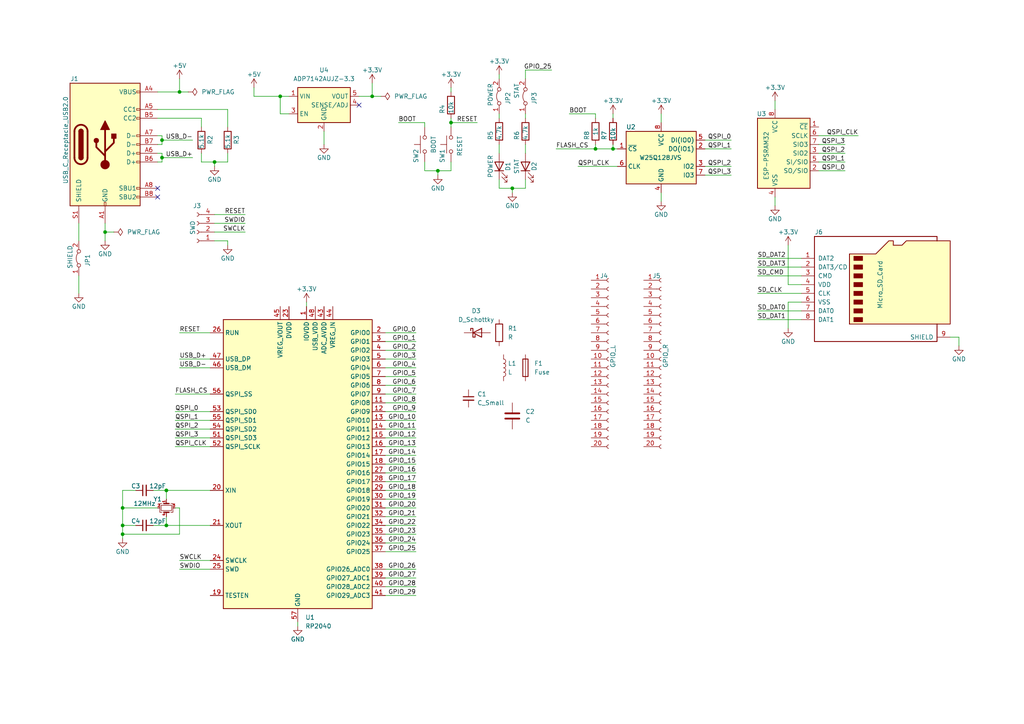
<source format=kicad_sch>
(kicad_sch (version 20230121) (generator eeschema)
  (paper "A4")
  (lib_symbols
    (symbol "Connector:Conn_01x04_Female" (pin_names (offset 1.016) hide)
      (property "Reference" "J" (at 0 5.08 0))
      (property "Value" "Conn_01x04_Female" (at 0 -7.62 0))
      (symbol "Conn_01x04_Female_1_1"
        (arc (start 0 -4.572) (mid -0.5058 -5.08) (end 0 -5.588) (stroke (width 0.1524)))
        (arc (start 0 -2.032) (mid -0.5058 -2.54) (end 0 -3.048) (stroke (width 0.1524)))
        (polyline (pts (xy -1.27 -5.08) (xy -0.508 -5.08)) (stroke (width 0.1524)))
        (polyline (pts (xy -1.27 -2.54) (xy -0.508 -2.54)) (stroke (width 0.1524)))
        (polyline (pts (xy -1.27 0) (xy -0.508 0)) (stroke (width 0.1524)))
        (polyline (pts (xy -1.27 2.54) (xy -0.508 2.54)) (stroke (width 0.1524)))
        (arc (start 0 0.508) (mid -0.5058 0) (end 0 -0.508) (stroke (width 0.1524)))
        (arc (start 0 3.048) (mid -0.5058 2.54) (end 0 2.032) (stroke (width 0.1524)))
        (pin passive line (at -5.08 2.54 0) (length 3.81) (name "Pin_1") (number "1"))
        (pin passive line (at -5.08 0 0) (length 3.81) (name "Pin_2") (number "2"))
        (pin passive line (at -5.08 -2.54 0) (length 3.81) (name "Pin_3") (number "3"))
        (pin passive line (at -5.08 -5.08 0) (length 3.81) (name "Pin_4") (number "4"))
      )
    )
    (symbol "Connector:Conn_01x20_Female" (pin_names (offset 1.016) hide)
      (property "Reference" "J" (at 0 25.4 0))
      (property "Value" "Conn_01x20_Female" (at 0 -27.94 0))
      (symbol "Conn_01x20_Female_1_1"
        (arc (start 0 -24.892) (mid -0.5058 -25.4) (end 0 -25.908) (stroke (width 0.1524)))
        (arc (start 0 -22.352) (mid -0.5058 -22.86) (end 0 -23.368) (stroke (width 0.1524)))
        (arc (start 0 -19.812) (mid -0.5058 -20.32) (end 0 -20.828) (stroke (width 0.1524)))
        (arc (start 0 -17.272) (mid -0.5058 -17.78) (end 0 -18.288) (stroke (width 0.1524)))
        (arc (start 0 -14.732) (mid -0.5058 -15.24) (end 0 -15.748) (stroke (width 0.1524)))
        (arc (start 0 -12.192) (mid -0.5058 -12.7) (end 0 -13.208) (stroke (width 0.1524)))
        (arc (start 0 -9.652) (mid -0.5058 -10.16) (end 0 -10.668) (stroke (width 0.1524)))
        (arc (start 0 -7.112) (mid -0.5058 -7.62) (end 0 -8.128) (stroke (width 0.1524)))
        (arc (start 0 -4.572) (mid -0.5058 -5.08) (end 0 -5.588) (stroke (width 0.1524)))
        (arc (start 0 -2.032) (mid -0.5058 -2.54) (end 0 -3.048) (stroke (width 0.1524)))
        (polyline (pts (xy -1.27 -25.4) (xy -0.508 -25.4)) (stroke (width 0.1524)))
        (polyline (pts (xy -1.27 -22.86) (xy -0.508 -22.86)) (stroke (width 0.1524)))
        (polyline (pts (xy -1.27 -20.32) (xy -0.508 -20.32)) (stroke (width 0.1524)))
        (polyline (pts (xy -1.27 -17.78) (xy -0.508 -17.78)) (stroke (width 0.1524)))
        (polyline (pts (xy -1.27 -15.24) (xy -0.508 -15.24)) (stroke (width 0.1524)))
        (polyline (pts (xy -1.27 -12.7) (xy -0.508 -12.7)) (stroke (width 0.1524)))
        (polyline (pts (xy -1.27 -10.16) (xy -0.508 -10.16)) (stroke (width 0.1524)))
        (polyline (pts (xy -1.27 -7.62) (xy -0.508 -7.62)) (stroke (width 0.1524)))
        (polyline (pts (xy -1.27 -5.08) (xy -0.508 -5.08)) (stroke (width 0.1524)))
        (polyline (pts (xy -1.27 -2.54) (xy -0.508 -2.54)) (stroke (width 0.1524)))
        (polyline (pts (xy -1.27 0) (xy -0.508 0)) (stroke (width 0.1524)))
        (polyline (pts (xy -1.27 2.54) (xy -0.508 2.54)) (stroke (width 0.1524)))
        (polyline (pts (xy -1.27 5.08) (xy -0.508 5.08)) (stroke (width 0.1524)))
        (polyline (pts (xy -1.27 7.62) (xy -0.508 7.62)) (stroke (width 0.1524)))
        (polyline (pts (xy -1.27 10.16) (xy -0.508 10.16)) (stroke (width 0.1524)))
        (polyline (pts (xy -1.27 12.7) (xy -0.508 12.7)) (stroke (width 0.1524)))
        (polyline (pts (xy -1.27 15.24) (xy -0.508 15.24)) (stroke (width 0.1524)))
        (polyline (pts (xy -1.27 17.78) (xy -0.508 17.78)) (stroke (width 0.1524)))
        (polyline (pts (xy -1.27 20.32) (xy -0.508 20.32)) (stroke (width 0.1524)))
        (polyline (pts (xy -1.27 22.86) (xy -0.508 22.86)) (stroke (width 0.1524)))
        (arc (start 0 0.508) (mid -0.5058 0) (end 0 -0.508) (stroke (width 0.1524)))
        (arc (start 0 3.048) (mid -0.5058 2.54) (end 0 2.032) (stroke (width 0.1524)))
        (arc (start 0 5.588) (mid -0.5058 5.08) (end 0 4.572) (stroke (width 0.1524)))
        (arc (start 0 8.128) (mid -0.5058 7.62) (end 0 7.112) (stroke (width 0.1524)))
        (arc (start 0 10.668) (mid -0.5058 10.16) (end 0 9.652) (stroke (width 0.1524)))
        (arc (start 0 13.208) (mid -0.5058 12.7) (end 0 12.192) (stroke (width 0.1524)))
        (arc (start 0 15.748) (mid -0.5058 15.24) (end 0 14.732) (stroke (width 0.1524)))
        (arc (start 0 18.288) (mid -0.5058 17.78) (end 0 17.272) (stroke (width 0.1524)))
        (arc (start 0 20.828) (mid -0.5058 20.32) (end 0 19.812) (stroke (width 0.1524)))
        (arc (start 0 23.368) (mid -0.5058 22.86) (end 0 22.352) (stroke (width 0.1524)))
        (pin passive line (at -5.08 22.86 0) (length 3.81) (name "Pin_1") (number "1"))
        (pin passive line (at -5.08 0 0) (length 3.81) (name "Pin_10") (number "10"))
        (pin passive line (at -5.08 -2.54 0) (length 3.81) (name "Pin_11") (number "11"))
        (pin passive line (at -5.08 -5.08 0) (length 3.81) (name "Pin_12") (number "12"))
        (pin passive line (at -5.08 -7.62 0) (length 3.81) (name "Pin_13") (number "13"))
        (pin passive line (at -5.08 -10.16 0) (length 3.81) (name "Pin_14") (number "14"))
        (pin passive line (at -5.08 -12.7 0) (length 3.81) (name "Pin_15") (number "15"))
        (pin passive line (at -5.08 -15.24 0) (length 3.81) (name "Pin_16") (number "16"))
        (pin passive line (at -5.08 -17.78 0) (length 3.81) (name "Pin_17") (number "17"))
        (pin passive line (at -5.08 -20.32 0) (length 3.81) (name "Pin_18") (number "18"))
        (pin passive line (at -5.08 -22.86 0) (length 3.81) (name "Pin_19") (number "19"))
        (pin passive line (at -5.08 20.32 0) (length 3.81) (name "Pin_2") (number "2"))
        (pin passive line (at -5.08 -25.4 0) (length 3.81) (name "Pin_20") (number "20"))
        (pin passive line (at -5.08 17.78 0) (length 3.81) (name "Pin_3") (number "3"))
        (pin passive line (at -5.08 15.24 0) (length 3.81) (name "Pin_4") (number "4"))
        (pin passive line (at -5.08 12.7 0) (length 3.81) (name "Pin_5") (number "5"))
        (pin passive line (at -5.08 10.16 0) (length 3.81) (name "Pin_6") (number "6"))
        (pin passive line (at -5.08 7.62 0) (length 3.81) (name "Pin_7") (number "7"))
        (pin passive line (at -5.08 5.08 0) (length 3.81) (name "Pin_8") (number "8"))
        (pin passive line (at -5.08 2.54 0) (length 3.81) (name "Pin_9") (number "9"))
      )
    )
    (symbol "Connector:Micro_SD_Card" (pin_names (offset 1.016))
      (property "Reference" "J" (at -16.51 15.24 0))
      (property "Value" "Micro_SD_Card" (at 16.51 15.24 0))
      (symbol "Micro_SD_Card_0_1"
        (rectangle (start -7.62 -9.525) (end -5.08 -10.795) (fill (type outline)))
        (rectangle (start -7.62 -6.985) (end -5.08 -8.255) (fill (type outline)))
        (rectangle (start -7.62 -4.445) (end -5.08 -5.715) (fill (type outline)))
        (rectangle (start -7.62 -1.905) (end -5.08 -3.175) (fill (type outline)))
        (rectangle (start -7.62 0.635) (end -5.08 -0.635) (fill (type outline)))
        (rectangle (start -7.62 3.175) (end -5.08 1.905) (fill (type outline)))
        (rectangle (start -7.62 5.715) (end -5.08 4.445) (fill (type outline)))
        (rectangle (start -7.62 8.255) (end -5.08 6.985) (fill (type outline)))
        (polyline (pts (xy 16.51 12.7) (xy 16.51 13.97) (xy -19.05 13.97) (xy -19.05 -16.51) (xy 16.51 -16.51) (xy 16.51 -11.43)) (stroke (width 0.254)))
        (polyline (pts (xy -8.89 -11.43) (xy -8.89 8.89) (xy -1.27 8.89) (xy 2.54 12.7) (xy 3.81 12.7) (xy 3.81 11.43) (xy 6.35 11.43) (xy 7.62 12.7) (xy 20.32 12.7) (xy 20.32 -11.43) (xy -8.89 -11.43)) (stroke (width 0.254)) (fill (type background)))
      )
      (symbol "Micro_SD_Card_1_1"
        (pin bidirectional line (at -22.86 7.62 0) (length 3.81) (name "DAT2") (number "1"))
        (pin bidirectional line (at -22.86 5.08 0) (length 3.81) (name "DAT3/CD") (number "2"))
        (pin input line (at -22.86 2.54 0) (length 3.81) (name "CMD") (number "3"))
        (pin power_in line (at -22.86 0 0) (length 3.81) (name "VDD") (number "4"))
        (pin input line (at -22.86 -2.54 0) (length 3.81) (name "CLK") (number "5"))
        (pin power_in line (at -22.86 -5.08 0) (length 3.81) (name "VSS") (number "6"))
        (pin bidirectional line (at -22.86 -7.62 0) (length 3.81) (name "DAT0") (number "7"))
        (pin bidirectional line (at -22.86 -10.16 0) (length 3.81) (name "DAT1") (number "8"))
        (pin passive line (at 20.32 -15.24 180) (length 3.81) (name "SHIELD") (number "9"))
      )
    )
    (symbol "Connector:USB_C_Receptacle_USB2.0" (pin_names (offset 1.016))
      (property "Reference" "J" (at -10.16 19.05 0))
      (property "Value" "USB_C_Receptacle_USB2.0" (at 19.05 19.05 0))
      (symbol "USB_C_Receptacle_USB2.0_0_0"
        (rectangle (start -0.254 -17.78) (end 0.254 -16.764))
        (rectangle (start 10.16 -14.986) (end 9.144 -15.494))
        (rectangle (start 10.16 -12.446) (end 9.144 -12.954))
        (rectangle (start 10.16 -4.826) (end 9.144 -5.334))
        (rectangle (start 10.16 -2.286) (end 9.144 -2.794))
        (rectangle (start 10.16 0.254) (end 9.144 -0.254))
        (rectangle (start 10.16 2.794) (end 9.144 2.286))
        (rectangle (start 10.16 7.874) (end 9.144 7.366))
        (rectangle (start 10.16 10.414) (end 9.144 9.906))
        (rectangle (start 10.16 15.494) (end 9.144 14.986))
      )
      (symbol "USB_C_Receptacle_USB2.0_0_1"
        (rectangle (start -10.16 17.78) (end 10.16 -17.78) (stroke (width 0.254)) (fill (type background)))
        (arc (start -8.89 -3.81) (mid -6.985 -5.7067) (end -5.08 -3.81) (stroke (width 0.508)))
        (arc (start -7.62 -3.81) (mid -6.985 -4.4423) (end -6.35 -3.81) (stroke (width 0.254)))
        (arc (start -7.62 -3.81) (mid -6.985 -4.4423) (end -6.35 -3.81) (stroke (width 0.254)) (fill (type outline)))
        (rectangle (start -7.62 -3.81) (end -6.35 3.81) (stroke (width 0.254)) (fill (type outline)))
        (arc (start -6.35 3.81) (mid -6.985 4.4423) (end -7.62 3.81) (stroke (width 0.254)))
        (arc (start -6.35 3.81) (mid -6.985 4.4423) (end -7.62 3.81) (stroke (width 0.254)) (fill (type outline)))
        (arc (start -5.08 3.81) (mid -6.985 5.7067) (end -8.89 3.81) (stroke (width 0.508)))
        (circle (center -2.54 1.143) (radius 0.635) (stroke (width 0.254)) (fill (type outline)))
        (circle (center 0 -5.842) (radius 1.27) (fill (type outline)))
        (polyline (pts (xy -8.89 -3.81) (xy -8.89 3.81)) (stroke (width 0.508)))
        (polyline (pts (xy -5.08 3.81) (xy -5.08 -3.81)) (stroke (width 0.508)))
        (polyline (pts (xy 0 -5.842) (xy 0 4.318)) (stroke (width 0.508)))
        (polyline (pts (xy 0 -3.302) (xy -2.54 -0.762) (xy -2.54 0.508)) (stroke (width 0.508)))
        (polyline (pts (xy 0 -2.032) (xy 2.54 0.508) (xy 2.54 1.778)) (stroke (width 0.508)))
        (polyline (pts (xy -1.27 4.318) (xy 0 6.858) (xy 1.27 4.318) (xy -1.27 4.318)) (stroke (width 0.254)) (fill (type outline)))
        (rectangle (start 1.905 1.778) (end 3.175 3.048) (stroke (width 0.254)) (fill (type outline)))
      )
      (symbol "USB_C_Receptacle_USB2.0_1_1"
        (pin passive line (at 0 -22.86 90) (length 5.08) (name "GND") (number "A1"))
        (pin passive line (at 0 -22.86 90) (length 5.08) hide (name "GND") (number "A12"))
        (pin passive line (at 15.24 15.24 180) (length 5.08) (name "VBUS") (number "A4"))
        (pin bidirectional line (at 15.24 10.16 180) (length 5.08) (name "CC1") (number "A5"))
        (pin bidirectional line (at 15.24 -2.54 180) (length 5.08) (name "D+") (number "A6"))
        (pin bidirectional line (at 15.24 2.54 180) (length 5.08) (name "D-") (number "A7"))
        (pin bidirectional line (at 15.24 -12.7 180) (length 5.08) (name "SBU1") (number "A8"))
        (pin passive line (at 15.24 15.24 180) (length 5.08) hide (name "VBUS") (number "A9"))
        (pin passive line (at 0 -22.86 90) (length 5.08) hide (name "GND") (number "B1"))
        (pin passive line (at 0 -22.86 90) (length 5.08) hide (name "GND") (number "B12"))
        (pin passive line (at 15.24 15.24 180) (length 5.08) hide (name "VBUS") (number "B4"))
        (pin bidirectional line (at 15.24 7.62 180) (length 5.08) (name "CC2") (number "B5"))
        (pin bidirectional line (at 15.24 -5.08 180) (length 5.08) (name "D+") (number "B6"))
        (pin bidirectional line (at 15.24 0 180) (length 5.08) (name "D-") (number "B7"))
        (pin bidirectional line (at 15.24 -15.24 180) (length 5.08) (name "SBU2") (number "B8"))
        (pin passive line (at 15.24 15.24 180) (length 5.08) hide (name "VBUS") (number "B9"))
        (pin passive line (at -7.62 -22.86 90) (length 5.08) (name "SHIELD") (number "S1"))
      )
    )
    (symbol "Device:C" (pin_numbers hide) (pin_names (offset 0.254))
      (property "Reference" "C" (at 0.635 2.54 0))
      (property "Value" "C" (at 0.635 -2.54 0))
      (symbol "C_0_1"
        (polyline (pts (xy -2.032 -0.762) (xy 2.032 -0.762)) (stroke (width 0.508)))
        (polyline (pts (xy -2.032 0.762) (xy 2.032 0.762)) (stroke (width 0.508)))
      )
      (symbol "C_1_1"
        (pin passive line (at 0 3.81 270) (length 2.794) (name "~") (number "1"))
        (pin passive line (at 0 -3.81 90) (length 2.794) (name "~") (number "2"))
      )
    )
    (symbol "Device:C_Small" (pin_numbers hide) (pin_names (offset 0.254) hide)
      (property "Reference" "C" (at 0.254 1.778 0))
      (property "Value" "C_Small" (at 0.254 -2.032 0))
      (symbol "C_Small_0_1"
        (polyline (pts (xy -1.524 -0.508) (xy 1.524 -0.508)) (stroke (width 0.3302)))
        (polyline (pts (xy -1.524 0.508) (xy 1.524 0.508)) (stroke (width 0.3048)))
      )
      (symbol "C_Small_1_1"
        (pin passive line (at 0 2.54 270) (length 2.032) (name "~") (number "1"))
        (pin passive line (at 0 -2.54 90) (length 2.032) (name "~") (number "2"))
      )
    )
    (symbol "Device:Crystal_GND23_Small" (pin_names (offset 1.016) hide)
      (property "Reference" "Y" (at 1.27 4.445 0))
      (property "Value" "Crystal_GND23_Small" (at 1.27 2.54 0))
      (symbol "Crystal_GND23_Small_0_1"
        (rectangle (start -0.762 -1.524) (end 0.762 1.524))
        (polyline (pts (xy -1.27 -0.762) (xy -1.27 0.762)) (stroke (width 0.381)))
        (polyline (pts (xy 1.27 -0.762) (xy 1.27 0.762)) (stroke (width 0.381)))
        (polyline (pts (xy -1.27 -1.27) (xy -1.27 -1.905) (xy 1.27 -1.905) (xy 1.27 -1.27)))
        (polyline (pts (xy -1.27 1.27) (xy -1.27 1.905) (xy 1.27 1.905) (xy 1.27 1.27)))
      )
      (symbol "Crystal_GND23_Small_1_1"
        (pin passive line (at -2.54 0 0) (length 1.27) (name "1") (number "1"))
        (pin passive line (at 0 -2.54 90) (length 0.635) (name "2") (number "2"))
        (pin passive line (at 0 2.54 270) (length 0.635) (name "3") (number "3"))
        (pin passive line (at 2.54 0 180) (length 1.27) (name "4") (number "4"))
      )
    )
    (symbol "Device:D_Schottky" (pin_numbers hide) (pin_names (offset 1.016) hide)
      (property "Reference" "D" (at 0 2.54 0))
      (property "Value" "D_Schottky" (at 0 -2.54 0))
      (symbol "D_Schottky_0_1"
        (polyline (pts (xy 1.27 0) (xy -1.27 0)))
        (polyline (pts (xy 1.27 1.27) (xy 1.27 -1.27) (xy -1.27 0) (xy 1.27 1.27)) (stroke (width 0.254)))
        (polyline (pts (xy -1.905 0.635) (xy -1.905 1.27) (xy -1.27 1.27) (xy -1.27 -1.27) (xy -0.635 -1.27) (xy -0.635 -0.635)) (stroke (width 0.254)))
      )
      (symbol "D_Schottky_1_1"
        (pin passive line (at -3.81 0 0) (length 2.54) (name "K") (number "1"))
        (pin passive line (at 3.81 0 180) (length 2.54) (name "A") (number "2"))
      )
    )
    (symbol "Device:Fuse" (pin_numbers hide) (pin_names (offset 0))
      (property "Reference" "F" (at 2.032 0 90))
      (property "Value" "Fuse" (at -1.905 0 90))
      (symbol "Fuse_0_1"
        (rectangle (start -0.762 -2.54) (end 0.762 2.54) (stroke (width 0.254)))
        (polyline (pts (xy 0 2.54) (xy 0 -2.54)))
      )
      (symbol "Fuse_1_1"
        (pin passive line (at 0 3.81 270) (length 1.27) (name "~") (number "1"))
        (pin passive line (at 0 -3.81 90) (length 1.27) (name "~") (number "2"))
      )
    )
    (symbol "Device:L" (pin_numbers hide) (pin_names (offset 1.016) hide)
      (property "Reference" "L" (at -1.27 0 90))
      (property "Value" "L" (at 1.905 0 90))
      (symbol "L_0_1"
        (arc (start 0 -2.54) (mid 0.6323 -1.905) (end 0 -1.27))
        (arc (start 0 -1.27) (mid 0.6323 -0.635) (end 0 0))
        (arc (start 0 0) (mid 0.6323 0.635) (end 0 1.27))
        (arc (start 0 1.27) (mid 0.6323 1.905) (end 0 2.54))
      )
      (symbol "L_1_1"
        (pin passive line (at 0 3.81 270) (length 1.27) (name "1") (number "1"))
        (pin passive line (at 0 -3.81 90) (length 1.27) (name "2") (number "2"))
      )
    )
    (symbol "Device:LED" (pin_numbers hide) (pin_names (offset 1.016) hide)
      (property "Reference" "D" (at 0 2.54 0))
      (property "Value" "LED" (at 0 -2.54 0))
      (symbol "LED_0_1"
        (polyline (pts (xy -1.27 -1.27) (xy -1.27 1.27)) (stroke (width 0.254)))
        (polyline (pts (xy -1.27 0) (xy 1.27 0)))
        (polyline (pts (xy 1.27 -1.27) (xy 1.27 1.27) (xy -1.27 0) (xy 1.27 -1.27)) (stroke (width 0.254)))
        (polyline (pts (xy -3.048 -0.762) (xy -4.572 -2.286) (xy -3.81 -2.286) (xy -4.572 -2.286) (xy -4.572 -1.524)))
        (polyline (pts (xy -1.778 -0.762) (xy -3.302 -2.286) (xy -2.54 -2.286) (xy -3.302 -2.286) (xy -3.302 -1.524)))
      )
      (symbol "LED_1_1"
        (pin passive line (at -3.81 0 0) (length 2.54) (name "K") (number "1"))
        (pin passive line (at 3.81 0 180) (length 2.54) (name "A") (number "2"))
      )
    )
    (symbol "Device:R" (pin_numbers hide) (pin_names (offset 0))
      (property "Reference" "R" (at 2.032 0 90))
      (property "Value" "R" (at 0 0 90))
      (symbol "R_0_1"
        (rectangle (start -1.016 -2.54) (end 1.016 2.54) (stroke (width 0.254)))
      )
      (symbol "R_1_1"
        (pin passive line (at 0 3.81 270) (length 1.27) (name "~") (number "1"))
        (pin passive line (at 0 -3.81 90) (length 1.27) (name "~") (number "2"))
      )
    )
    (symbol "Jumper:Jumper_2_Bridged" (pin_names (offset 0) hide)
      (property "Reference" "JP" (at 0 1.905 0))
      (property "Value" "Jumper_2_Bridged" (at 0 -2.54 0))
      (symbol "Jumper_2_Bridged_0_0"
        (circle (center -2.032 0) (radius 0.508))
        (circle (center 2.032 0) (radius 0.508))
      )
      (symbol "Jumper_2_Bridged_0_1"
        (arc (start 1.524 0.254) (mid 0 0.762) (end -1.524 0.254))
      )
      (symbol "Jumper_2_Bridged_1_1"
        (pin passive line (at -5.08 0 0) (length 2.54) (name "A") (number "1"))
        (pin passive line (at 5.08 0 180) (length 2.54) (name "B") (number "2"))
      )
    )
    (symbol "MCU_RaspberryPi:RP2040"
      (property "Reference" "U" (at 17.78 45.72 0))
      (property "Value" "RP2040" (at 17.78 43.18 0))
      (symbol "RP2040_0_1"
        (rectangle (start -21.59 41.91) (end 21.59 -41.91) (stroke (width 0.254)) (fill (type background)))
      )
      (symbol "RP2040_1_1"
        (pin power_in line (at 2.54 45.72 270) (length 3.81) (name "IOVDD") (number "1"))
        (pin passive line (at 2.54 45.72 270) (length 3.81) hide (name "IOVDD") (number "10"))
        (pin bidirectional line (at 25.4 17.78 180) (length 3.81) (name "GPIO8") (number "11"))
        (pin bidirectional line (at 25.4 15.24 180) (length 3.81) (name "GPIO9") (number "12"))
        (pin bidirectional line (at 25.4 12.7 180) (length 3.81) (name "GPIO10") (number "13"))
        (pin bidirectional line (at 25.4 10.16 180) (length 3.81) (name "GPIO11") (number "14"))
        (pin bidirectional line (at 25.4 7.62 180) (length 3.81) (name "GPIO12") (number "15"))
        (pin bidirectional line (at 25.4 5.08 180) (length 3.81) (name "GPIO13") (number "16"))
        (pin bidirectional line (at 25.4 2.54 180) (length 3.81) (name "GPIO14") (number "17"))
        (pin bidirectional line (at 25.4 0 180) (length 3.81) (name "GPIO15") (number "18"))
        (pin input line (at -25.4 -38.1 0) (length 3.81) (name "TESTEN") (number "19"))
        (pin bidirectional line (at 25.4 38.1 180) (length 3.81) (name "GPIO0") (number "2"))
        (pin input line (at -25.4 -7.62 0) (length 3.81) (name "XIN") (number "20"))
        (pin passive line (at -25.4 -17.78 0) (length 3.81) (name "XOUT") (number "21"))
        (pin passive line (at 2.54 45.72 270) (length 3.81) hide (name "IOVDD") (number "22"))
        (pin power_in line (at -2.54 45.72 270) (length 3.81) (name "DVDD") (number "23"))
        (pin output line (at -25.4 -27.94 0) (length 3.81) (name "SWCLK") (number "24"))
        (pin bidirectional line (at -25.4 -30.48 0) (length 3.81) (name "SWD") (number "25"))
        (pin input line (at -25.4 38.1 0) (length 3.81) (name "RUN") (number "26"))
        (pin bidirectional line (at 25.4 -2.54 180) (length 3.81) (name "GPIO16") (number "27"))
        (pin bidirectional line (at 25.4 -5.08 180) (length 3.81) (name "GPIO17") (number "28"))
        (pin bidirectional line (at 25.4 -7.62 180) (length 3.81) (name "GPIO18") (number "29"))
        (pin bidirectional line (at 25.4 35.56 180) (length 3.81) (name "GPIO1") (number "3"))
        (pin bidirectional line (at 25.4 -10.16 180) (length 3.81) (name "GPIO19") (number "30"))
        (pin bidirectional line (at 25.4 -12.7 180) (length 3.81) (name "GPIO20") (number "31"))
        (pin bidirectional line (at 25.4 -15.24 180) (length 3.81) (name "GPIO21") (number "32"))
        (pin passive line (at 2.54 45.72 270) (length 3.81) hide (name "IOVDD") (number "33"))
        (pin bidirectional line (at 25.4 -17.78 180) (length 3.81) (name "GPIO22") (number "34"))
        (pin bidirectional line (at 25.4 -20.32 180) (length 3.81) (name "GPIO23") (number "35"))
        (pin bidirectional line (at 25.4 -22.86 180) (length 3.81) (name "GPIO24") (number "36"))
        (pin bidirectional line (at 25.4 -25.4 180) (length 3.81) (name "GPIO25") (number "37"))
        (pin bidirectional line (at 25.4 -30.48 180) (length 3.81) (name "GPIO26_ADC0") (number "38"))
        (pin bidirectional line (at 25.4 -33.02 180) (length 3.81) (name "GPIO27_ADC1") (number "39"))
        (pin bidirectional line (at 25.4 33.02 180) (length 3.81) (name "GPIO2") (number "4"))
        (pin bidirectional line (at 25.4 -35.56 180) (length 3.81) (name "GPIO28_ADC2") (number "40"))
        (pin bidirectional line (at 25.4 -38.1 180) (length 3.81) (name "GPIO29_ADC3") (number "41"))
        (pin passive line (at 2.54 45.72 270) (length 3.81) hide (name "IOVDD") (number "42"))
        (pin power_in line (at 7.62 45.72 270) (length 3.81) (name "ADC_AVDD") (number "43"))
        (pin power_in line (at 10.16 45.72 270) (length 3.81) (name "VREG_IN") (number "44"))
        (pin power_out line (at -5.08 45.72 270) (length 3.81) (name "VREG_VOUT") (number "45"))
        (pin bidirectional line (at -25.4 27.94 0) (length 3.81) (name "USB_DM") (number "46"))
        (pin bidirectional line (at -25.4 30.48 0) (length 3.81) (name "USB_DP") (number "47"))
        (pin power_in line (at 5.08 45.72 270) (length 3.81) (name "USB_VDD") (number "48"))
        (pin passive line (at 2.54 45.72 270) (length 3.81) hide (name "IOVDD") (number "49"))
        (pin bidirectional line (at 25.4 30.48 180) (length 3.81) (name "GPIO3") (number "5"))
        (pin passive line (at -2.54 45.72 270) (length 3.81) hide (name "DVDD") (number "50"))
        (pin bidirectional line (at -25.4 7.62 0) (length 3.81) (name "QSPI_SD3") (number "51"))
        (pin output line (at -25.4 5.08 0) (length 3.81) (name "QSPI_SCLK") (number "52"))
        (pin bidirectional line (at -25.4 15.24 0) (length 3.81) (name "QSPI_SD0") (number "53"))
        (pin bidirectional line (at -25.4 10.16 0) (length 3.81) (name "QSPI_SD2") (number "54"))
        (pin bidirectional line (at -25.4 12.7 0) (length 3.81) (name "QSPI_SD1") (number "55"))
        (pin bidirectional line (at -25.4 20.32 0) (length 3.81) (name "QSPI_SS") (number "56"))
        (pin power_in line (at 0 -45.72 90) (length 3.81) (name "GND") (number "57"))
        (pin bidirectional line (at 25.4 27.94 180) (length 3.81) (name "GPIO4") (number "6"))
        (pin bidirectional line (at 25.4 25.4 180) (length 3.81) (name "GPIO5") (number "7"))
        (pin bidirectional line (at 25.4 22.86 180) (length 3.81) (name "GPIO6") (number "8"))
        (pin bidirectional line (at 25.4 20.32 180) (length 3.81) (name "GPIO7") (number "9"))
      )
    )
    (symbol "Memory_Flash:W25Q128JVS"
      (property "Reference" "U" (at -8.89 8.89 0))
      (property "Value" "W25Q128JVS" (at 7.62 8.89 0))
      (symbol "W25Q128JVS_0_1"
        (rectangle (start -10.16 7.62) (end 10.16 -7.62) (stroke (width 0.254)) (fill (type background)))
      )
      (symbol "W25Q128JVS_1_1"
        (pin input line (at -12.7 2.54 0) (length 2.54) (name "~{CS}") (number "1"))
        (pin bidirectional line (at 12.7 2.54 180) (length 2.54) (name "DO(IO1)") (number "2"))
        (pin bidirectional line (at 12.7 -2.54 180) (length 2.54) (name "IO2") (number "3"))
        (pin power_in line (at 0 -10.16 90) (length 2.54) (name "GND") (number "4"))
        (pin bidirectional line (at 12.7 5.08 180) (length 2.54) (name "DI(IO0)") (number "5"))
        (pin input line (at -12.7 -2.54 0) (length 2.54) (name "CLK") (number "6"))
        (pin bidirectional line (at 12.7 -5.08 180) (length 2.54) (name "IO3") (number "7"))
        (pin power_in line (at 0 10.16 270) (length 2.54) (name "VCC") (number "8"))
      )
    )
    (symbol "Memory_RAM:ESP-PSRAM32"
      (property "Reference" "U" (at 3.81 11.43 0))
      (property "Value" "ESP-PSRAM32" (at -1.27 -11.43 0))
      (symbol "ESP-PSRAM32_0_1"
        (rectangle (start -7.62 10.16) (end 7.62 -10.16) (stroke (width 0.254)) (fill (type background)))
      )
      (symbol "ESP-PSRAM32_1_1"
        (pin input line (at 10.16 7.62 180) (length 2.54) (name "~{CE}") (number "1"))
        (pin output line (at 10.16 -5.08 180) (length 2.54) (name "SO/SIO") (number "2"))
        (pin bidirectional line (at 10.16 0 180) (length 2.54) (name "SIO2") (number "3"))
        (pin power_in line (at -2.54 -12.7 90) (length 2.54) (name "VSS") (number "4"))
        (pin input line (at 10.16 -2.54 180) (length 2.54) (name "SI/SIO") (number "5"))
        (pin output line (at 10.16 5.08 180) (length 2.54) (name "SCLK") (number "6"))
        (pin bidirectional line (at 10.16 2.54 180) (length 2.54) (name "SIO3") (number "7"))
        (pin power_in line (at -2.54 12.7 270) (length 2.54) (name "VCC") (number "8"))
      )
    )
    (symbol "Regulator_Linear:ADP7142AUJZ-3.3"
      (property "Reference" "U" (at 0 8.89 0))
      (property "Value" "ADP7142AUJZ-3.3" (at 0 6.35 0))
      (symbol "ADP7142AUJZ-3.3_0_1"
        (rectangle (start -7.62 5.08) (end 7.62 -5.08) (stroke (width 0.254)) (fill (type background)))
      )
      (symbol "ADP7142AUJZ-3.3_1_1"
        (pin power_in line (at -10.16 2.54 0) (length 2.54) (name "VIN") (number "1"))
        (pin power_in line (at 0 -7.62 90) (length 2.54) (name "GND") (number "2"))
        (pin input line (at -10.16 -2.54 0) (length 2.54) (name "EN") (number "3"))
        (pin input line (at 10.16 0 180) (length 2.54) (name "SENSE/ADJ") (number "4"))
        (pin power_out line (at 10.16 2.54 180) (length 2.54) (name "VOUT") (number "5"))
      )
    )
    (symbol "Switch:SW_Push" (pin_numbers hide) (pin_names (offset 1.016) hide)
      (property "Reference" "SW" (at 1.27 2.54 0))
      (property "Value" "SW_Push" (at 0 -1.524 0))
      (symbol "SW_Push_0_1"
        (circle (center -2.032 0) (radius 0.508))
        (polyline (pts (xy 0 1.27) (xy 0 3.048)))
        (polyline (pts (xy 2.54 1.27) (xy -2.54 1.27)))
        (circle (center 2.032 0) (radius 0.508))
        (pin passive line (at -5.08 0 0) (length 2.54) (name "1") (number "1"))
        (pin passive line (at 5.08 0 180) (length 2.54) (name "2") (number "2"))
      )
    )
    (symbol "power:+3.3V" (power) (pin_names (offset 0))
      (property "Value" "+3.3V" (at 0 3.556 0))
      (symbol "+3.3V_0_1"
        (polyline (pts (xy -0.762 1.27) (xy 0 2.54)))
        (polyline (pts (xy 0 0) (xy 0 2.54)))
        (polyline (pts (xy 0 2.54) (xy 0.762 1.27)))
      )
      (symbol "+3.3V_1_1"
        (pin power_in line (at 0 0 90) (length 0) hide (name "+3.3V") (number "1"))
      )
    )
    (symbol "power:+5V" (power) (pin_names (offset 0))
      (property "Value" "+5V" (at 0 3.556 0))
      (symbol "+5V_0_1"
        (polyline (pts (xy -0.762 1.27) (xy 0 2.54)))
        (polyline (pts (xy 0 0) (xy 0 2.54)))
        (polyline (pts (xy 0 2.54) (xy 0.762 1.27)))
      )
      (symbol "+5V_1_1"
        (pin power_in line (at 0 0 90) (length 0) hide (name "+5V") (number "1"))
      )
    )
    (symbol "power:GND" (power) (pin_names (offset 0))
      (property "Value" "GND" (at 0 -3.81 0))
      (symbol "GND_0_1"
        (polyline (pts (xy 0 0) (xy 0 -1.27) (xy 1.27 -1.27) (xy 0 -2.54) (xy -1.27 -1.27) (xy 0 -1.27)))
      )
      (symbol "GND_1_1"
        (pin power_in line (at 0 0 270) (length 0) hide (name "GND") (number "1"))
      )
    )
    (symbol "power:PWR_FLAG" (power) (pin_numbers hide) (pin_names (offset 0) hide)
      (property "Value" "PWR_FLAG" (at 0 3.81 0))
      (symbol "PWR_FLAG_0_0"
        (pin power_out line (at 0 0 90) (length 0) (name "pwr") (number "1"))
      )
      (symbol "PWR_FLAG_0_1"
        (polyline (pts (xy 0 0) (xy 0 1.27) (xy -1.016 1.905) (xy 0 2.54) (xy 1.016 1.905) (xy 0 1.27)))
      )
    )
  )
  (junction (at 81.28 27.94))
  (junction (at 172.72 43.18))
  (junction (at 130.81 35.56))
  (junction (at 148.59 54.61))
  (junction (at 48.26 152.4))
  (junction (at 35.56 147.32))
  (junction (at 107.95 27.94))
  (junction (at 177.8 43.18))
  (junction (at 62.23 46.99))
  (junction (at 35.56 154.94))
  (junction (at 48.26 142.24))
  (junction (at 35.56 152.4))
  (junction (at 46.99 45.72))
  (junction (at 30.48 67.31))
  (junction (at 127 49.53))
  (junction (at 46.99 40.64))
  (junction (at 52.07 26.67))
  (no_connect (at 45.72 54.61))
  (no_connect (at 45.72 57.15))
  (no_connect (at 104.14 30.48))
  (wire (pts (xy 45.72 39.37) (xy 46.99 39.37)))
  (wire (pts (xy 111.76 172.72) (xy 120.65 172.72)))
  (wire (pts (xy 50.8 147.32) (xy 52.07 147.32)))
  (wire (pts (xy 130.81 35.56) (xy 130.81 36.83)))
  (wire (pts (xy 46.99 44.45) (xy 46.99 45.72)))
  (wire (pts (xy 62.23 46.99) (xy 66.04 46.99)))
  (wire (pts (xy 71.12 62.23) (xy 62.23 62.23)))
  (wire (pts (xy 237.49 49.53) (xy 245.11 49.53)))
  (wire (pts (xy 177.8 34.29) (xy 177.8 33.02)))
  (wire (pts (xy 111.76 160.02) (xy 120.65 160.02)))
  (wire (pts (xy 35.56 154.94) (xy 35.56 152.4)))
  (wire (pts (xy 144.78 22.86) (xy 144.78 21.59)))
  (wire (pts (xy 48.26 144.78) (xy 48.26 142.24)))
  (wire (pts (xy 45.72 26.67) (xy 52.07 26.67)))
  (wire (pts (xy 278.13 100.33) (xy 278.13 97.79)))
  (wire (pts (xy 148.59 54.61) (xy 148.59 55.88)))
  (wire (pts (xy 52.07 26.67) (xy 52.07 22.86)))
  (wire (pts (xy 232.41 87.63) (xy 228.6 87.63)))
  (wire (pts (xy 111.76 152.4) (xy 120.65 152.4)))
  (wire (pts (xy 219.71 92.71) (xy 232.41 92.71)))
  (wire (pts (xy 46.99 41.91) (xy 46.99 40.64)))
  (wire (pts (xy 204.47 43.18) (xy 212.09 43.18)))
  (wire (pts (xy 45.72 41.91) (xy 46.99 41.91)))
  (wire (pts (xy 111.76 147.32) (xy 120.65 147.32)))
  (wire (pts (xy 62.23 67.31) (xy 71.12 67.31)))
  (wire (pts (xy 144.78 52.07) (xy 144.78 54.61)))
  (wire (pts (xy 232.41 82.55) (xy 228.6 82.55)))
  (wire (pts (xy 46.99 46.99) (xy 46.99 45.72)))
  (wire (pts (xy 111.76 134.62) (xy 120.65 134.62)))
  (wire (pts (xy 30.48 67.31) (xy 30.48 69.85)))
  (wire (pts (xy 62.23 69.85) (xy 66.04 69.85)))
  (wire (pts (xy 111.76 129.54) (xy 120.65 129.54)))
  (wire (pts (xy 130.81 34.29) (xy 130.81 35.56)))
  (wire (pts (xy 107.95 27.94) (xy 110.49 27.94)))
  (wire (pts (xy 58.42 46.99) (xy 62.23 46.99)))
  (wire (pts (xy 66.04 31.75) (xy 66.04 36.83)))
  (wire (pts (xy 111.76 154.94) (xy 120.65 154.94)))
  (wire (pts (xy 191.77 55.88) (xy 191.77 58.42)))
  (wire (pts (xy 138.43 35.56) (xy 130.81 35.56)))
  (wire (pts (xy 224.79 57.15) (xy 224.79 59.69)))
  (wire (pts (xy 62.23 64.77) (xy 71.12 64.77)))
  (wire (pts (xy 237.49 46.99) (xy 245.11 46.99)))
  (wire (pts (xy 152.4 41.91) (xy 152.4 44.45)))
  (wire (pts (xy 152.4 20.32) (xy 160.02 20.32)))
  (wire (pts (xy 172.72 34.29) (xy 172.72 33.02)))
  (wire (pts (xy 35.56 152.4) (xy 39.37 152.4)))
  (wire (pts (xy 111.76 144.78) (xy 120.65 144.78)))
  (wire (pts (xy 46.99 45.72) (xy 55.88 45.72)))
  (wire (pts (xy 228.6 71.12) (xy 228.6 82.55)))
  (wire (pts (xy 45.72 44.45) (xy 46.99 44.45)))
  (wire (pts (xy 177.8 43.18) (xy 179.07 43.18)))
  (wire (pts (xy 111.76 127) (xy 120.65 127)))
  (wire (pts (xy 50.8 114.3) (xy 60.96 114.3)))
  (wire (pts (xy 204.47 50.8) (xy 212.09 50.8)))
  (wire (pts (xy 111.76 170.18) (xy 120.65 170.18)))
  (wire (pts (xy 48.26 142.24) (xy 44.45 142.24)))
  (wire (pts (xy 127 49.53) (xy 130.81 49.53)))
  (wire (pts (xy 130.81 26.67) (xy 130.81 25.4)))
  (wire (pts (xy 219.71 74.93) (xy 232.41 74.93)))
  (wire (pts (xy 144.78 34.29) (xy 144.78 33.02)))
  (wire (pts (xy 58.42 34.29) (xy 58.42 36.83)))
  (wire (pts (xy 111.76 149.86) (xy 120.65 149.86)))
  (wire (pts (xy 66.04 69.85) (xy 66.04 71.12)))
  (wire (pts (xy 46.99 39.37) (xy 46.99 40.64)))
  (wire (pts (xy 123.19 36.83) (xy 123.19 35.56)))
  (wire (pts (xy 58.42 44.45) (xy 58.42 46.99)))
  (wire (pts (xy 35.56 147.32) (xy 45.72 147.32)))
  (wire (pts (xy 219.71 77.47) (xy 232.41 77.47)))
  (wire (pts (xy 39.37 142.24) (xy 35.56 142.24)))
  (wire (pts (xy 111.76 137.16) (xy 120.65 137.16)))
  (wire (pts (xy 52.07 96.52) (xy 60.96 96.52)))
  (wire (pts (xy 130.81 46.99) (xy 130.81 49.53)))
  (wire (pts (xy 148.59 54.61) (xy 152.4 54.61)))
  (wire (pts (xy 35.56 142.24) (xy 35.56 147.32)))
  (wire (pts (xy 111.76 132.08) (xy 120.65 132.08)))
  (wire (pts (xy 161.29 43.18) (xy 172.72 43.18)))
  (wire (pts (xy 81.28 27.94) (xy 83.82 27.94)))
  (wire (pts (xy 111.76 99.06) (xy 120.65 99.06)))
  (wire (pts (xy 111.76 96.52) (xy 120.65 96.52)))
  (wire (pts (xy 66.04 46.99) (xy 66.04 44.45)))
  (wire (pts (xy 219.71 85.09) (xy 232.41 85.09)))
  (wire (pts (xy 50.8 127) (xy 60.96 127)))
  (wire (pts (xy 81.28 33.02) (xy 81.28 27.94)))
  (wire (pts (xy 45.72 34.29) (xy 58.42 34.29)))
  (wire (pts (xy 45.72 46.99) (xy 46.99 46.99)))
  (wire (pts (xy 48.26 152.4) (xy 60.96 152.4)))
  (wire (pts (xy 46.99 40.64) (xy 55.88 40.64)))
  (wire (pts (xy 144.78 54.61) (xy 148.59 54.61)))
  (wire (pts (xy 50.8 119.38) (xy 60.96 119.38)))
  (wire (pts (xy 228.6 87.63) (xy 228.6 95.25)))
  (wire (pts (xy 237.49 44.45) (xy 245.11 44.45)))
  (wire (pts (xy 152.4 22.86) (xy 152.4 20.32)))
  (wire (pts (xy 123.19 49.53) (xy 127 49.53)))
  (wire (pts (xy 60.96 106.68) (xy 52.07 106.68)))
  (wire (pts (xy 73.66 27.94) (xy 81.28 27.94)))
  (wire (pts (xy 111.76 116.84) (xy 120.65 116.84)))
  (wire (pts (xy 152.4 52.07) (xy 152.4 54.61)))
  (wire (pts (xy 104.14 27.94) (xy 107.95 27.94)))
  (wire (pts (xy 50.8 121.92) (xy 60.96 121.92)))
  (wire (pts (xy 73.66 25.4) (xy 73.66 27.94)))
  (wire (pts (xy 35.56 154.94) (xy 35.56 156.21)))
  (wire (pts (xy 278.13 97.79) (xy 275.59 97.79)))
  (wire (pts (xy 48.26 142.24) (xy 60.96 142.24)))
  (wire (pts (xy 48.26 149.86) (xy 48.26 152.4)))
  (wire (pts (xy 52.07 147.32) (xy 52.07 154.94)))
  (wire (pts (xy 107.95 27.94) (xy 107.95 24.13)))
  (wire (pts (xy 50.8 124.46) (xy 60.96 124.46)))
  (wire (pts (xy 111.76 114.3) (xy 120.65 114.3)))
  (wire (pts (xy 144.78 41.91) (xy 144.78 44.45)))
  (wire (pts (xy 111.76 121.92) (xy 120.65 121.92)))
  (wire (pts (xy 111.76 142.24) (xy 120.65 142.24)))
  (wire (pts (xy 52.07 154.94) (xy 35.56 154.94)))
  (wire (pts (xy 35.56 147.32) (xy 35.56 152.4)))
  (wire (pts (xy 45.72 31.75) (xy 66.04 31.75)))
  (wire (pts (xy 111.76 109.22) (xy 120.65 109.22)))
  (wire (pts (xy 50.8 129.54) (xy 60.96 129.54)))
  (wire (pts (xy 62.23 46.99) (xy 62.23 48.26)))
  (wire (pts (xy 111.76 157.48) (xy 120.65 157.48)))
  (wire (pts (xy 191.77 33.02) (xy 191.77 35.56)))
  (wire (pts (xy 22.86 80.01) (xy 22.86 85.09)))
  (wire (pts (xy 248.92 39.37) (xy 237.49 39.37)))
  (wire (pts (xy 60.96 165.1) (xy 52.07 165.1)))
  (wire (pts (xy 204.47 48.26) (xy 212.09 48.26)))
  (wire (pts (xy 177.8 41.91) (xy 177.8 43.18)))
  (wire (pts (xy 237.49 41.91) (xy 245.11 41.91)))
  (wire (pts (xy 30.48 64.77) (xy 30.48 67.31)))
  (wire (pts (xy 219.71 90.17) (xy 232.41 90.17)))
  (wire (pts (xy 111.76 106.68) (xy 120.65 106.68)))
  (wire (pts (xy 111.76 119.38) (xy 120.65 119.38)))
  (wire (pts (xy 204.47 40.64) (xy 212.09 40.64)))
  (wire (pts (xy 219.71 80.01) (xy 232.41 80.01)))
  (wire (pts (xy 172.72 41.91) (xy 172.72 43.18)))
  (wire (pts (xy 48.26 152.4) (xy 44.45 152.4)))
  (wire (pts (xy 111.76 111.76) (xy 120.65 111.76)))
  (wire (pts (xy 165.1 33.02) (xy 172.72 33.02)))
  (wire (pts (xy 111.76 104.14) (xy 120.65 104.14)))
  (wire (pts (xy 111.76 167.64) (xy 120.65 167.64)))
  (wire (pts (xy 60.96 162.56) (xy 52.07 162.56)))
  (wire (pts (xy 22.86 64.77) (xy 22.86 69.85)))
  (wire (pts (xy 224.79 29.21) (xy 224.79 31.75)))
  (wire (pts (xy 123.19 46.99) (xy 123.19 49.53)))
  (wire (pts (xy 172.72 43.18) (xy 177.8 43.18)))
  (wire (pts (xy 111.76 101.6) (xy 120.65 101.6)))
  (wire (pts (xy 30.48 67.31) (xy 33.02 67.31)))
  (wire (pts (xy 152.4 34.29) (xy 152.4 33.02)))
  (wire (pts (xy 93.98 38.1) (xy 93.98 41.91)))
  (wire (pts (xy 83.82 33.02) (xy 81.28 33.02)))
  (wire (pts (xy 88.9 88.9) (xy 88.9 87.63)))
  (wire (pts (xy 115.57 35.56) (xy 123.19 35.56)))
  (wire (pts (xy 111.76 139.7) (xy 120.65 139.7)))
  (wire (pts (xy 111.76 165.1) (xy 120.65 165.1)))
  (wire (pts (xy 111.76 124.46) (xy 120.65 124.46)))
  (wire (pts (xy 52.07 26.67) (xy 54.61 26.67)))
  (wire (pts (xy 167.64 48.26) (xy 179.07 48.26)))
  (wire (pts (xy 60.96 104.14) (xy 52.07 104.14)))
  (wire (pts (xy 86.36 180.34) (xy 86.36 181.61)))
  (wire (pts (xy 127 49.53) (xy 127 50.8)))
  (label "BOOT" (at 115.57 35.56 0))
  (label "QSPI_CLK" (at 50.8 129.54 0))
  (label "SWCLK" (at 71.12 67.31 180))
  (label "GPIO_22" (at 120.65 152.4 180))
  (label "QSPI_1" (at 50.8 121.92 0))
  (label "SWDIO" (at 52.07 165.1 0))
  (label "RESET" (at 52.07 96.52 0))
  (label "GPIO_26" (at 120.65 165.1 180))
  (label "GPIO_2" (at 120.65 101.6 180))
  (label "QSPI_2" (at 245.11 44.45 180))
  (label "GPIO_14" (at 120.65 132.08 180))
  (label "SD_DAT3" (at 219.71 77.47 0))
  (label "QSPI_2" (at 50.8 124.46 0))
  (label "QSPI_0" (at 212.09 40.64 180))
  (label "GPIO_8" (at 120.65 116.84 180))
  (label "USB_D+" (at 55.88 45.72 180))
  (label "FLASH_CS" (at 161.29 43.18 0))
  (label "SWDIO" (at 71.12 64.77 180))
  (label "GPIO_29" (at 120.65 172.72 180))
  (label "GPIO_20" (at 120.65 147.32 180))
  (label "RESET" (at 138.43 35.56 180))
  (label "USB_D-" (at 52.07 106.68 0))
  (label "GPIO_7" (at 120.65 114.3 180))
  (label "FLASH_CS" (at 50.8 114.3 0))
  (label "QSPI_3" (at 245.11 41.91 180))
  (label "USB_D-" (at 55.88 40.64 180))
  (label "SD_CLK" (at 219.71 85.09 0))
  (label "SD_DAT1" (at 219.71 92.71 0))
  (label "USB_D+" (at 52.07 104.14 0))
  (label "GPIO_15" (at 120.65 134.62 180))
  (label "GPIO_24" (at 120.65 157.48 180))
  (label "SWCLK" (at 52.07 162.56 0))
  (label "GPIO_16" (at 120.65 137.16 180))
  (label "SD_DAT0" (at 219.71 90.17 0))
  (label "GPIO_5" (at 120.65 109.22 180))
  (label "QSPI_0" (at 245.11 49.53 180))
  (label "BOOT" (at 165.1 33.02 0))
  (label "QSPI_2" (at 212.09 48.26 180))
  (label "GPIO_11" (at 120.65 124.46 180))
  (label "GPIO_19" (at 120.65 144.78 180))
  (label "GPIO_18" (at 120.65 142.24 180))
  (label "GPIO_12" (at 120.65 127 180))
  (label "QSPI_1" (at 245.11 46.99 180))
  (label "GPIO_21" (at 120.65 149.86 180))
  (label "QSPI_CLK" (at 248.92 39.37 180))
  (label "QSPI_3" (at 212.09 50.8 180))
  (label "GPIO_1" (at 120.65 99.06 180))
  (label "SD_CMD" (at 219.71 80.01 0))
  (label "QSPI_3" (at 50.8 127 0))
  (label "GPIO_25" (at 160.02 20.32 180))
  (label "QSPI_CLK" (at 167.64 48.26 0))
  (label "GPIO_25" (at 120.65 160.02 180))
  (label "GPIO_9" (at 120.65 119.38 180))
  (label "GPIO_27" (at 120.65 167.64 180))
  (label "QSPI_1" (at 212.09 43.18 180))
  (label "GPIO_10" (at 120.65 121.92 180))
  (label "GPIO_6" (at 120.65 111.76 180))
  (label "GPIO_17" (at 120.65 139.7 180))
  (label "SD_DAT2" (at 219.71 74.93 0))
  (label "GPIO_23" (at 120.65 154.94 180))
  (label "QSPI_0" (at 50.8 119.38 0))
  (label "GPIO_3" (at 120.65 104.14 180))
  (label "GPIO_0" (at 120.65 96.52 180))
  (label "GPIO_13" (at 120.65 129.54 180))
  (label "RESET" (at 71.12 62.23 180))
  (label "GPIO_28" (at 120.65 170.18 180))
  (label "GPIO_4" (at 120.65 106.68 180))
  (symbol (lib_id "Device:R") (at 152.4 38.1 0) (unit 1)
    (property "Reference" "R6" (at 149.86 40.64 90) (effects (justify left)))
    (property "Value" "4.7k" (at 152.4 40.64 90) (effects (justify left)))
  )
  (symbol (lib_id "power:GND") (at 66.04 71.12 0) (unit 1)
    (property "Reference" "#PWR020" (effects hide))
    (property "Value" "GND" (at 66.04 74.93 0))
  )
  (symbol (lib_id "Device:R") (at 58.42 40.64 180) (unit 1)
    (property "Reference" "R2" (at 60.96 41.91 90) (effects (justify right)))
    (property "Value" "5.1k" (at 58.42 43.18 90) (effects (justify right)))
  )
  (symbol (lib_id "power:+3.3V") (at 130.81 25.4 0) (unit 1)
    (property "Reference" "#PWR09" (effects hide))
    (property "Value" "+3.3V" (at 130.81 21.59 0))
  )
  (symbol (lib_id "power:GND") (at 278.13 100.33 0) (unit 1)
    (property "Reference" "#PWR023" (effects hide))
    (property "Value" "GND" (at 278.13 104.14 0))
  )
  (symbol (lib_id "power:GND") (at 86.36 181.61 0) (unit 1)
    (property "Reference" "#PWR019" (effects hide))
    (property "Value" "GND" (at 86.36 185.42 0))
  )
  (symbol (lib_id "power:GND") (at 148.59 55.88 0) (unit 1)
    (property "Reference" "#PWR010" (effects hide))
    (property "Value" "GND" (at 148.59 59.69 0))
  )
  (symbol (lib_id "power:+5V") (at 73.66 25.4 0) (unit 1)
    (property "Reference" "#PWR06" (effects hide))
    (property "Value" "+5V" (at 73.66 21.59 0))
  )
  (symbol (lib_id "Connector:Micro_SD_Card") (at 255.27 82.55 0) (unit 1)
    (property "Reference" "J6" (at 237.49 67.31 0))
    (property "Value" "Micro_SD_Card" (at 255.27 82.55 90))
    (property "Datasheet" "http://katalog.we-online.de/em/datasheet/693072010801.pdf" (effects hide))
  )
  (symbol (lib_id "Device:R") (at 130.81 30.48 0) (unit 1)
    (property "Reference" "R4" (at 128.27 33.02 90) (effects (justify left)))
    (property "Value" "10k" (at 130.81 33.02 90) (effects (justify left)))
  )
  (symbol (lib_id "power:+3.3V") (at 191.77 33.02 0) (mirror y) (unit 1)
    (property "Reference" "#PWR013" (effects hide))
    (property "Value" "+3.3V" (at 191.77 29.21 0))
  )
  (symbol (lib_id "Device:C") (at 148.59 120.65 0) (unit 1)
    (property "Reference" "C2" (at 152.4 119.38 0) (effects (justify left)))
    (property "Value" "C" (at 152.4 121.92 0) (effects (justify left)))
  )
  (symbol (lib_id "power:+3.3V") (at 88.9 87.63 0) (unit 1)
    (property "Reference" "#PWR018" (effects hide))
    (property "Value" "+3.3V" (at 88.9 83.82 0))
  )
  (symbol (lib_id "power:+3.3V") (at 228.6 71.12 0) (mirror y) (unit 1)
    (property "Reference" "#PWR022" (effects hide))
    (property "Value" "+3.3V" (at 228.6 67.31 0))
  )
  (symbol (lib_id "Device:C_Small") (at 135.89 115.57 0) (unit 1)
    (property "Reference" "C1" (at 138.43 114.3063 0) (effects (justify left)))
    (property "Value" "C_Small" (at 138.43 116.8463 0) (effects (justify left)))
  )
  (symbol (lib_id "power:GND") (at 191.77 58.42 0) (unit 1)
    (property "Reference" "#PWR012" (effects hide))
    (property "Value" "GND" (at 191.77 62.23 0))
  )
  (symbol (lib_id "power:GND") (at 93.98 41.91 0) (unit 1)
    (property "Reference" "#PWR07" (effects hide))
    (property "Value" "GND" (at 93.98 45.72 0))
  )
  (symbol (lib_id "Device:R") (at 144.78 96.52 0) (unit 1)
    (property "Reference" "R1" (at 147.32 95.25 0) (effects (justify left)))
    (property "Value" "R" (at 147.32 97.79 0) (effects (justify left)))
  )
  (symbol (lib_id "Regulator_Linear:ADP7142AUJZ-3.3") (at 93.98 30.48 0) (unit 1)
    (property "Reference" "U4" (at 93.98 20.32 0))
    (property "Value" "ADP7142AUJZ-3.3" (at 93.98 22.86 0))
    (property "Footprint" "Package_TO_SOT_SMD:TSOT-23-5" (effects hide))
    (property "Datasheet" "https://www.analog.com/media/en/technical-documentation/data-sheets/ADP7142.pdf" (effects hide))
  )
  (symbol (lib_id "Connector:Conn_01x20_Female") (at 176.53 104.14 0) (unit 1)
    (property "Reference" "J4" (at 173.99 80.01 0) (effects (justify left)))
    (property "Value" "GPIO_L" (at 177.8 106.68 90) (effects (justify left)))
  )
  (symbol (lib_id "Memory_RAM:ESP-PSRAM32") (at 227.33 44.45 0) (unit 1)
    (property "Reference" "U3" (at 222.25 33.02 0) (effects (justify right)))
    (property "Value" "ESP-PSRAM32" (at 222.25 38.1 90) (effects (justify right)))
    (property "Footprint" "Package_SO:SOIC-8_3.9x4.9mm_P1.27mm" (effects hide))
    (property "Datasheet" "https://www.espressif.com/sites/default/files/documentation/esp-psram32_datasheet_en.pdf" (effects hide))
  )
  (symbol (lib_id "power:+3.3V") (at 144.78 21.59 0) (unit 1)
    (property "Reference" "#PWR011" (effects hide))
    (property "Value" "+3.3V" (at 144.78 17.78 0))
  )
  (symbol (lib_id "Device:LED") (at 152.4 48.26 90) (unit 1)
    (property "Reference" "D2" (at 154.94 48.26 0))
    (property "Value" "STAT" (at 149.86 48.26 0))
  )
  (symbol (lib_id "Switch:SW_Push") (at 123.19 41.91 90) (unit 1)
    (property "Reference" "SW2" (at 120.65 43.18 0) (effects (justify right)))
    (property "Value" "BOOT" (at 125.73 39.37 0) (effects (justify right)))
  )
  (symbol (lib_id "Jumper:Jumper_2_Bridged") (at 144.78 27.94 90) (unit 1)
    (property "Reference" "JP2" (at 147.32 26.67 0) (effects (justify right)))
    (property "Value" "POWER" (at 142.24 24.13 0) (effects (justify right)))
  )
  (symbol (lib_id "power:+5V") (at 52.07 22.86 0) (unit 1)
    (property "Reference" "#PWR02" (effects hide))
    (property "Value" "+5V" (at 52.07 19.05 0))
  )
  (symbol (lib_id "Device:R") (at 144.78 38.1 0) (unit 1)
    (property "Reference" "R5" (at 142.24 40.64 90) (effects (justify left)))
    (property "Value" "4.7k" (at 144.78 40.64 90) (effects (justify left)))
  )
  (symbol (lib_id "Device:R") (at 66.04 40.64 180) (unit 1)
    (property "Reference" "R3" (at 68.58 41.91 90) (effects (justify right)))
    (property "Value" "5.1k" (at 66.04 43.18 90) (effects (justify right)))
  )
  (symbol (lib_id "power:+3.3V") (at 177.8 33.02 0) (unit 1)
    (property "Reference" "#PWR016" (effects hide))
    (property "Value" "+3.3V" (at 177.8 29.21 0))
  )
  (symbol (lib_id "Device:D_Schottky") (at 138.43 96.52 0) (unit 1)
    (property "Reference" "D3" (at 138.1125 90.17 0))
    (property "Value" "D_Schottky" (at 138.1125 92.71 0))
  )
  (symbol (lib_id "power:+3.3V") (at 107.95 24.13 0) (unit 1)
    (property "Reference" "#PWR01" (effects hide))
    (property "Value" "+3.3V" (at 107.95 20.32 0))
  )
  (symbol (lib_id "Device:L") (at 146.05 106.68 0) (unit 1)
    (property "Reference" "L1" (at 147.32 105.41 0) (effects (justify left)))
    (property "Value" "L" (at 147.32 107.95 0) (effects (justify left)))
  )
  (symbol (lib_id "Switch:SW_Push") (at 130.81 41.91 90) (unit 1)
    (property "Reference" "SW1" (at 128.27 43.18 0) (effects (justify right)))
    (property "Value" "RESET" (at 133.35 39.37 0) (effects (justify right)))
  )
  (symbol (lib_id "Device:R") (at 172.72 38.1 0) (unit 1)
    (property "Reference" "R8" (at 170.18 40.64 90) (effects (justify left)))
    (property "Value" "1k" (at 172.72 39.37 90) (effects (justify left)))
  )
  (symbol (lib_id "Connector:USB_C_Receptacle_USB2.0") (at 30.48 41.91 0) (unit 1)
    (property "Reference" "J1" (at 21.59 22.86 0))
    (property "Value" "USB_C_Receptacle_USB2.0" (at 19.05 40.64 90))
    (property "Datasheet" "https://www.usb.org/sites/default/files/documents/usb_type-c.zip" (effects hide))
  )
  (symbol (lib_id "Device:LED") (at 144.78 48.26 90) (unit 1)
    (property "Reference" "D1" (at 147.32 48.26 0))
    (property "Value" "POWER" (at 142.24 48.26 0))
  )
  (symbol (lib_id "power:GND") (at 127 50.8 0) (unit 1)
    (property "Reference" "#PWR08" (effects hide))
    (property "Value" "GND" (at 127 54.61 0))
  )
  (symbol (lib_id "power:GND") (at 35.56 156.21 0) (unit 1)
    (property "Reference" "#PWR017" (effects hide))
    (property "Value" "GND" (at 35.56 160.02 0))
  )
  (symbol (lib_id "power:GND") (at 30.48 69.85 0) (unit 1)
    (property "Reference" "#PWR03" (effects hide))
    (property "Value" "GND" (at 30.48 73.66 0))
  )
  (symbol (lib_id "power:GND") (at 224.79 59.69 0) (unit 1)
    (property "Reference" "#PWR015" (effects hide))
    (property "Value" "GND" (at 224.79 63.5 0))
  )
  (symbol (lib_id "Connector:Conn_01x20_Female") (at 191.77 104.14 0) (unit 1)
    (property "Reference" "J5" (at 189.23 80.01 0) (effects (justify left)))
    (property "Value" "GPIO_R" (at 193.04 106.68 90) (effects (justify left)))
  )
  (symbol (lib_id "Device:C_Small") (at 41.91 152.4 90) (unit 1)
    (property "Reference" "C4" (at 39.37 151.13 90))
    (property "Value" "12pF" (at 45.72 151.13 90))
  )
  (symbol (lib_id "Device:R") (at 177.8 38.1 0) (unit 1)
    (property "Reference" "R7" (at 175.26 40.64 90) (effects (justify left)))
    (property "Value" "10k" (at 177.8 40.64 90) (effects (justify left)))
  )
  (symbol (lib_id "Jumper:Jumper_2_Bridged") (at 22.86 74.93 90) (unit 1)
    (property "Reference" "JP1" (at 25.4 73.66 0) (effects (justify right)))
    (property "Value" "SHIELD" (at 20.32 71.12 0) (effects (justify right)))
  )
  (symbol (lib_id "power:PWR_FLAG") (at 54.61 26.67 270) (unit 1)
    (property "Reference" "#FLG01" (effects hide))
    (property "Value" "PWR_FLAG" (at 58.42 26.67 90) (effects (justify left)))
  )
  (symbol (lib_id "power:GND") (at 62.23 48.26 0) (unit 1)
    (property "Reference" "#PWR05" (effects hide))
    (property "Value" "GND" (at 62.23 52.07 0))
  )
  (symbol (lib_id "Connector:Conn_01x04_Female") (at 57.15 67.31 180) (unit 1)
    (property "Reference" "J3" (at 57.15 59.69 0))
    (property "Value" "SWD" (at 55.88 66.04 90))
  )
  (symbol (lib_id "Device:Crystal_GND23_Small") (at 48.26 147.32 270) (unit 1)
    (property "Reference" "Y1" (at 45.72 144.78 90))
    (property "Value" "12MHz" (at 41.91 146.05 90))
  )
  (symbol (lib_id "power:GND") (at 228.6 95.25 0) (unit 1)
    (property "Reference" "#PWR021" (effects hide))
    (property "Value" "GND" (at 228.6 99.06 0))
  )
  (symbol (lib_id "power:PWR_FLAG") (at 33.02 67.31 270) (unit 1)
    (property "Reference" "#FLG02" (effects hide))
    (property "Value" "PWR_FLAG" (at 36.83 67.31 90) (effects (justify left)))
  )
  (symbol (lib_id "power:GND") (at 22.86 85.09 0) (unit 1)
    (property "Reference" "#PWR04" (effects hide))
    (property "Value" "GND" (at 22.86 88.9 0))
  )
  (symbol (lib_id "Jumper:Jumper_2_Bridged") (at 152.4 27.94 90) (unit 1)
    (property "Reference" "JP3" (at 154.94 26.67 0) (effects (justify right)))
    (property "Value" "STAT" (at 149.86 24.13 0) (effects (justify right)))
  )
  (symbol (lib_id "MCU_RaspberryPi:RP2040") (at 86.36 134.62 0) (unit 1)
    (property "Reference" "U1" (at 88.5541 179.07 0) (effects (justify left)))
    (property "Value" "RP2040" (at 88.5541 181.61 0) (effects (justify left)))
    (property "Footprint" "Package_DFN_QFN:QFN-56-1EP_7x7mm_P0.4mm_EP3.2x3.2mm" (effects hide))
    (property "Datasheet" "https://datasheets.raspberrypi.com/rp2040/rp2040-datasheet.pdf" (effects hide))
  )
  (symbol (lib_id "power:+3.3V") (at 224.79 29.21 0) (mirror y) (unit 1)
    (property "Reference" "#PWR014" (effects hide))
    (property "Value" "+3.3V" (at 224.79 25.4 0))
  )
  (symbol (lib_id "Memory_Flash:W25Q128JVS") (at 191.77 45.72 0) (unit 1)
    (property "Reference" "U2" (at 181.61 36.83 0) (effects (justify left)))
    (property "Value" "W25Q128JVS" (at 185.42 45.72 0) (effects (justify left)))
    (property "Footprint" "Package_SO:SOIC-8_5.23x5.23mm_P1.27mm" (effects hide))
    (property "Datasheet" "http://www.winbond.com/resource-files/w25q128jv_dtr%20revc%2003272018%20plus.pdf" (effects hide))
  )
  (symbol (lib_id "power:PWR_FLAG") (at 110.49 27.94 270) (unit 1)
    (property "Reference" "#FLG03" (effects hide))
    (property "Value" "PWR_FLAG" (at 114.3 27.94 90) (effects (justify left)))
  )
  (symbol (lib_id "Device:C_Small") (at 41.91 142.24 90) (unit 1)
    (property "Reference" "C3" (at 39.37 140.97 90))
    (property "Value" "12pF" (at 45.72 140.97 90))
  )
  (symbol (lib_id "Device:Fuse") (at 152.4 106.68 0) (unit 1)
    (property "Reference" "F1" (at 154.94 105.41 0) (effects (justify left)))
    (property "Value" "Fuse" (at 154.94 107.95 0) (effects (justify left)))
  )
)
</source>
